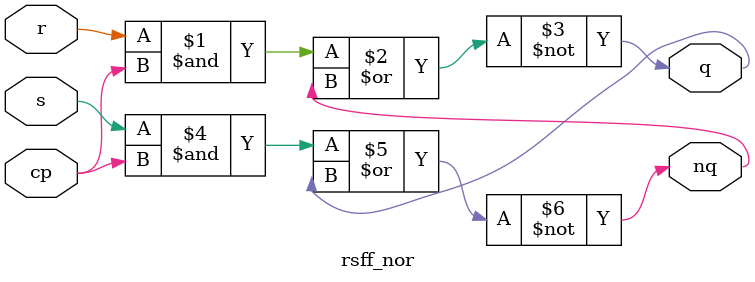
<source format=v>
`timescale 1ns / 1ps

module rsff_nor(
    input s,r,cp,
    output q, nq
    );
    assign q=~((r&cp)|nq);
    assign nq=~((s&cp)|q);
endmodule

</source>
